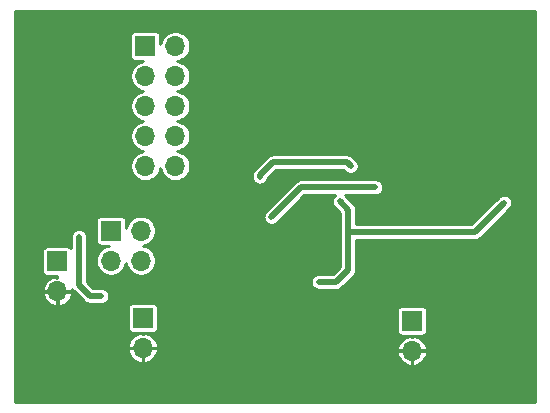
<source format=gbr>
%TF.GenerationSoftware,KiCad,Pcbnew,(5.1.10)-1*%
%TF.CreationDate,2021-10-06T11:29:50+02:00*%
%TF.ProjectId,board,626f6172-642e-46b6-9963-61645f706362,rev?*%
%TF.SameCoordinates,Original*%
%TF.FileFunction,Copper,L2,Bot*%
%TF.FilePolarity,Positive*%
%FSLAX46Y46*%
G04 Gerber Fmt 4.6, Leading zero omitted, Abs format (unit mm)*
G04 Created by KiCad (PCBNEW (5.1.10)-1) date 2021-10-06 11:29:50*
%MOMM*%
%LPD*%
G01*
G04 APERTURE LIST*
%TA.AperFunction,ComponentPad*%
%ADD10R,1.700000X1.700000*%
%TD*%
%TA.AperFunction,ComponentPad*%
%ADD11O,1.700000X1.700000*%
%TD*%
%TA.AperFunction,ViaPad*%
%ADD12C,0.500000*%
%TD*%
%TA.AperFunction,ViaPad*%
%ADD13C,4.000000*%
%TD*%
%TA.AperFunction,Conductor*%
%ADD14C,0.500000*%
%TD*%
%TA.AperFunction,Conductor*%
%ADD15C,0.254000*%
%TD*%
%TA.AperFunction,Conductor*%
%ADD16C,0.100000*%
%TD*%
G04 APERTURE END LIST*
D10*
%TO.P,J1,1*%
%TO.N,V_INPUT*%
X83310000Y-100450000D03*
D11*
%TO.P,J1,2*%
%TO.N,GND*%
X83310000Y-102990000D03*
%TD*%
%TO.P,J2,2*%
%TO.N,GND*%
X76080000Y-98210000D03*
D10*
%TO.P,J2,1*%
%TO.N,~V_SHDN*%
X76080000Y-95670000D03*
%TD*%
%TO.P,J3,1*%
%TO.N,~V_OUTPUT*%
X106100000Y-100700000D03*
D11*
%TO.P,J3,2*%
%TO.N,GND*%
X106100000Y-103240000D03*
%TD*%
D10*
%TO.P,J4,1*%
%TO.N,V_INPUT*%
X80610000Y-93080000D03*
D11*
%TO.P,J4,2*%
%TO.N,Net-(D1-Pad1)*%
X83150000Y-93080000D03*
%TO.P,J4,3*%
%TO.N,~V_SHDN*%
X80610000Y-95620000D03*
%TO.P,J4,4*%
%TO.N,Net-(D1-Pad1)*%
X83150000Y-95620000D03*
%TD*%
D10*
%TO.P,J5,1*%
%TO.N,Net-(D1-Pad2)*%
X83520000Y-77440000D03*
D11*
%TO.P,J5,2*%
%TO.N,Net-(C2-Pad2)*%
X86060000Y-77440000D03*
%TO.P,J5,3*%
%TO.N,Net-(D1-Pad2)*%
X83520000Y-79980000D03*
%TO.P,J5,4*%
%TO.N,Net-(C3-Pad2)*%
X86060000Y-79980000D03*
%TO.P,J5,5*%
%TO.N,Net-(D1-Pad2)*%
X83520000Y-82520000D03*
%TO.P,J5,6*%
%TO.N,Net-(C4-Pad2)*%
X86060000Y-82520000D03*
%TO.P,J5,7*%
%TO.N,Net-(D1-Pad2)*%
X83520000Y-85060000D03*
%TO.P,J5,8*%
%TO.N,Net-(C5-Pad2)*%
X86060000Y-85060000D03*
%TO.P,J5,9*%
%TO.N,Net-(D1-Pad2)*%
X83520000Y-87600000D03*
%TO.P,J5,10*%
%TO.N,Net-(C6-Pad2)*%
X86060000Y-87600000D03*
%TD*%
D12*
%TO.N,V_INPUT*%
X100900000Y-87600000D03*
X93200000Y-88500000D03*
X77900000Y-93600000D03*
X79800000Y-98600000D03*
D13*
%TO.N,GND*%
X77000000Y-84000000D03*
X111000000Y-81000000D03*
X96000000Y-104000000D03*
D12*
%TO.N,Net-(C7-Pad2)*%
X98200000Y-97400000D03*
X100000000Y-90600000D03*
X113900000Y-90700000D03*
%TO.N,Net-(C7-Pad1)*%
X103000000Y-89400000D03*
X94200000Y-91900000D03*
%TD*%
D14*
%TO.N,V_INPUT*%
X100900000Y-87600000D02*
X100600000Y-87300000D01*
X100600000Y-87300000D02*
X94300000Y-87300000D01*
X93200000Y-88400000D02*
X93200000Y-88500000D01*
X94300000Y-87300000D02*
X93200000Y-88400000D01*
X77900000Y-93600000D02*
X77900000Y-97700000D01*
X78800000Y-98600000D02*
X79800000Y-98600000D01*
X77900000Y-97700000D02*
X78800000Y-98600000D01*
%TO.N,Net-(C7-Pad2)*%
X99700000Y-97400000D02*
X98200000Y-97400000D01*
X100700000Y-96400000D02*
X99700000Y-97400000D01*
X100000000Y-90600000D02*
X100700000Y-91300000D01*
X111400000Y-93200000D02*
X113900000Y-90700000D01*
X100700000Y-93200000D02*
X111400000Y-93200000D01*
X100700000Y-91300000D02*
X100700000Y-93200000D01*
X100700000Y-93200000D02*
X100700000Y-96400000D01*
%TO.N,Net-(C7-Pad1)*%
X96700000Y-89400000D02*
X94200000Y-91900000D01*
X103000000Y-89400000D02*
X96700000Y-89400000D01*
%TD*%
D15*
%TO.N,GND*%
X116548001Y-107548000D02*
X72452000Y-107548000D01*
X72452000Y-103212451D01*
X82052524Y-103212451D01*
X82063114Y-103265698D01*
X82140859Y-103503656D01*
X82263533Y-103721874D01*
X82426422Y-103911967D01*
X82623267Y-104066629D01*
X82846502Y-104179917D01*
X83087549Y-104247477D01*
X83287000Y-104160044D01*
X83287000Y-103013000D01*
X83333000Y-103013000D01*
X83333000Y-104160044D01*
X83532451Y-104247477D01*
X83773498Y-104179917D01*
X83996733Y-104066629D01*
X84193578Y-103911967D01*
X84356467Y-103721874D01*
X84479141Y-103503656D01*
X84492603Y-103462451D01*
X104842524Y-103462451D01*
X104853114Y-103515698D01*
X104930859Y-103753656D01*
X105053533Y-103971874D01*
X105216422Y-104161967D01*
X105413267Y-104316629D01*
X105636502Y-104429917D01*
X105877549Y-104497477D01*
X106077000Y-104410044D01*
X106077000Y-103263000D01*
X106123000Y-103263000D01*
X106123000Y-104410044D01*
X106322451Y-104497477D01*
X106563498Y-104429917D01*
X106786733Y-104316629D01*
X106983578Y-104161967D01*
X107146467Y-103971874D01*
X107269141Y-103753656D01*
X107346886Y-103515698D01*
X107357476Y-103462451D01*
X107270024Y-103263000D01*
X106123000Y-103263000D01*
X106077000Y-103263000D01*
X104929976Y-103263000D01*
X104842524Y-103462451D01*
X84492603Y-103462451D01*
X84556886Y-103265698D01*
X84567476Y-103212451D01*
X84480024Y-103013000D01*
X83333000Y-103013000D01*
X83287000Y-103013000D01*
X82139976Y-103013000D01*
X82052524Y-103212451D01*
X72452000Y-103212451D01*
X72452000Y-99600000D01*
X82030934Y-99600000D01*
X82030934Y-101300000D01*
X82039178Y-101383707D01*
X82063595Y-101464196D01*
X82103245Y-101538376D01*
X82156605Y-101603395D01*
X82221624Y-101656755D01*
X82295804Y-101696405D01*
X82376293Y-101720822D01*
X82460000Y-101729066D01*
X83286998Y-101729066D01*
X83286998Y-101819955D01*
X83087549Y-101732523D01*
X82846502Y-101800083D01*
X82623267Y-101913371D01*
X82426422Y-102068033D01*
X82263533Y-102258126D01*
X82140859Y-102476344D01*
X82063114Y-102714302D01*
X82052524Y-102767549D01*
X82139976Y-102967000D01*
X83287000Y-102967000D01*
X83287000Y-102947000D01*
X83333000Y-102947000D01*
X83333000Y-102967000D01*
X84480024Y-102967000D01*
X84567476Y-102767549D01*
X84556886Y-102714302D01*
X84479141Y-102476344D01*
X84356467Y-102258126D01*
X84193578Y-102068033D01*
X83996733Y-101913371D01*
X83773498Y-101800083D01*
X83532451Y-101732523D01*
X83333002Y-101819955D01*
X83333002Y-101729066D01*
X84160000Y-101729066D01*
X84243707Y-101720822D01*
X84324196Y-101696405D01*
X84398376Y-101656755D01*
X84463395Y-101603395D01*
X84516755Y-101538376D01*
X84556405Y-101464196D01*
X84580822Y-101383707D01*
X84589066Y-101300000D01*
X84589066Y-99850000D01*
X104820934Y-99850000D01*
X104820934Y-101550000D01*
X104829178Y-101633707D01*
X104853595Y-101714196D01*
X104893245Y-101788376D01*
X104946605Y-101853395D01*
X105011624Y-101906755D01*
X105085804Y-101946405D01*
X105166293Y-101970822D01*
X105250000Y-101979066D01*
X106076998Y-101979066D01*
X106076998Y-102069955D01*
X105877549Y-101982523D01*
X105636502Y-102050083D01*
X105413267Y-102163371D01*
X105216422Y-102318033D01*
X105053533Y-102508126D01*
X104930859Y-102726344D01*
X104853114Y-102964302D01*
X104842524Y-103017549D01*
X104929976Y-103217000D01*
X106077000Y-103217000D01*
X106077000Y-103197000D01*
X106123000Y-103197000D01*
X106123000Y-103217000D01*
X107270024Y-103217000D01*
X107357476Y-103017549D01*
X107346886Y-102964302D01*
X107269141Y-102726344D01*
X107146467Y-102508126D01*
X106983578Y-102318033D01*
X106786733Y-102163371D01*
X106563498Y-102050083D01*
X106322451Y-101982523D01*
X106123002Y-102069955D01*
X106123002Y-101979066D01*
X106950000Y-101979066D01*
X107033707Y-101970822D01*
X107114196Y-101946405D01*
X107188376Y-101906755D01*
X107253395Y-101853395D01*
X107306755Y-101788376D01*
X107346405Y-101714196D01*
X107370822Y-101633707D01*
X107379066Y-101550000D01*
X107379066Y-99850000D01*
X107370822Y-99766293D01*
X107346405Y-99685804D01*
X107306755Y-99611624D01*
X107253395Y-99546605D01*
X107188376Y-99493245D01*
X107114196Y-99453595D01*
X107033707Y-99429178D01*
X106950000Y-99420934D01*
X105250000Y-99420934D01*
X105166293Y-99429178D01*
X105085804Y-99453595D01*
X105011624Y-99493245D01*
X104946605Y-99546605D01*
X104893245Y-99611624D01*
X104853595Y-99685804D01*
X104829178Y-99766293D01*
X104820934Y-99850000D01*
X84589066Y-99850000D01*
X84589066Y-99600000D01*
X84580822Y-99516293D01*
X84556405Y-99435804D01*
X84516755Y-99361624D01*
X84463395Y-99296605D01*
X84398376Y-99243245D01*
X84324196Y-99203595D01*
X84243707Y-99179178D01*
X84160000Y-99170934D01*
X82460000Y-99170934D01*
X82376293Y-99179178D01*
X82295804Y-99203595D01*
X82221624Y-99243245D01*
X82156605Y-99296605D01*
X82103245Y-99361624D01*
X82063595Y-99435804D01*
X82039178Y-99516293D01*
X82030934Y-99600000D01*
X72452000Y-99600000D01*
X72452000Y-98432451D01*
X74822524Y-98432451D01*
X74833114Y-98485698D01*
X74910859Y-98723656D01*
X75033533Y-98941874D01*
X75196422Y-99131967D01*
X75393267Y-99286629D01*
X75616502Y-99399917D01*
X75857549Y-99467477D01*
X76057000Y-99380044D01*
X76057000Y-98233000D01*
X76103000Y-98233000D01*
X76103000Y-99380044D01*
X76302451Y-99467477D01*
X76543498Y-99399917D01*
X76766733Y-99286629D01*
X76963578Y-99131967D01*
X77126467Y-98941874D01*
X77249141Y-98723656D01*
X77326886Y-98485698D01*
X77337476Y-98432451D01*
X77250024Y-98233000D01*
X76103000Y-98233000D01*
X76057000Y-98233000D01*
X74909976Y-98233000D01*
X74822524Y-98432451D01*
X72452000Y-98432451D01*
X72452000Y-94820000D01*
X74800934Y-94820000D01*
X74800934Y-96520000D01*
X74809178Y-96603707D01*
X74833595Y-96684196D01*
X74873245Y-96758376D01*
X74926605Y-96823395D01*
X74991624Y-96876755D01*
X75065804Y-96916405D01*
X75146293Y-96940822D01*
X75230000Y-96949066D01*
X76056998Y-96949066D01*
X76056998Y-97039955D01*
X75857549Y-96952523D01*
X75616502Y-97020083D01*
X75393267Y-97133371D01*
X75196422Y-97288033D01*
X75033533Y-97478126D01*
X74910859Y-97696344D01*
X74833114Y-97934302D01*
X74822524Y-97987549D01*
X74909976Y-98187000D01*
X76057000Y-98187000D01*
X76057000Y-98167000D01*
X76103000Y-98167000D01*
X76103000Y-98187000D01*
X77250024Y-98187000D01*
X77314304Y-98040396D01*
X77334372Y-98077940D01*
X77397776Y-98155198D01*
X77397779Y-98155201D01*
X77418974Y-98181027D01*
X77444800Y-98202222D01*
X78297774Y-99055196D01*
X78318973Y-99081027D01*
X78422059Y-99165628D01*
X78539670Y-99228492D01*
X78667285Y-99267204D01*
X78766748Y-99277000D01*
X78766757Y-99277000D01*
X78799999Y-99280274D01*
X78833241Y-99277000D01*
X79866679Y-99277000D01*
X79899464Y-99270479D01*
X79932715Y-99267204D01*
X79964685Y-99257506D01*
X79997474Y-99250984D01*
X80028364Y-99238189D01*
X80060330Y-99228492D01*
X80089792Y-99212744D01*
X80120680Y-99199950D01*
X80148476Y-99181377D01*
X80177941Y-99165628D01*
X80203769Y-99144432D01*
X80231563Y-99125860D01*
X80255201Y-99102222D01*
X80281027Y-99081027D01*
X80302222Y-99055201D01*
X80325860Y-99031563D01*
X80344432Y-99003769D01*
X80365628Y-98977941D01*
X80381377Y-98948476D01*
X80399950Y-98920680D01*
X80412744Y-98889792D01*
X80428492Y-98860330D01*
X80438189Y-98828364D01*
X80450984Y-98797474D01*
X80457506Y-98764685D01*
X80467204Y-98732715D01*
X80470479Y-98699464D01*
X80477000Y-98666679D01*
X80477000Y-98633252D01*
X80480275Y-98600000D01*
X80477000Y-98566748D01*
X80477000Y-98533321D01*
X80470479Y-98500536D01*
X80467204Y-98467285D01*
X80457506Y-98435315D01*
X80450984Y-98402526D01*
X80438189Y-98371636D01*
X80428492Y-98339670D01*
X80412744Y-98310208D01*
X80399950Y-98279320D01*
X80381377Y-98251524D01*
X80365628Y-98222059D01*
X80344432Y-98196231D01*
X80325860Y-98168437D01*
X80302222Y-98144799D01*
X80281027Y-98118973D01*
X80255201Y-98097778D01*
X80231563Y-98074140D01*
X80203769Y-98055568D01*
X80177941Y-98034372D01*
X80148476Y-98018623D01*
X80120680Y-98000050D01*
X80089792Y-97987256D01*
X80060330Y-97971508D01*
X80028364Y-97961811D01*
X79997474Y-97949016D01*
X79964685Y-97942494D01*
X79932715Y-97932796D01*
X79899464Y-97929521D01*
X79866679Y-97923000D01*
X79080422Y-97923000D01*
X78577000Y-97419578D01*
X78577000Y-93533321D01*
X78570479Y-93500536D01*
X78567204Y-93467285D01*
X78557506Y-93435315D01*
X78550984Y-93402526D01*
X78538189Y-93371636D01*
X78528492Y-93339670D01*
X78512744Y-93310208D01*
X78499950Y-93279320D01*
X78481377Y-93251524D01*
X78465628Y-93222059D01*
X78444433Y-93196233D01*
X78425860Y-93168437D01*
X78402218Y-93144795D01*
X78381026Y-93118973D01*
X78355206Y-93097783D01*
X78331563Y-93074140D01*
X78303763Y-93055565D01*
X78277940Y-93034372D01*
X78248480Y-93018625D01*
X78220680Y-93000050D01*
X78189788Y-92987254D01*
X78160329Y-92971508D01*
X78128366Y-92961812D01*
X78097474Y-92949016D01*
X78064682Y-92942493D01*
X78032714Y-92932796D01*
X77999465Y-92929521D01*
X77966679Y-92923000D01*
X77933252Y-92923000D01*
X77900000Y-92919725D01*
X77866748Y-92923000D01*
X77833321Y-92923000D01*
X77800536Y-92929521D01*
X77767285Y-92932796D01*
X77735315Y-92942494D01*
X77702526Y-92949016D01*
X77671636Y-92961811D01*
X77639670Y-92971508D01*
X77610208Y-92987256D01*
X77579320Y-93000050D01*
X77551524Y-93018623D01*
X77522059Y-93034372D01*
X77496233Y-93055567D01*
X77468437Y-93074140D01*
X77444795Y-93097782D01*
X77418973Y-93118974D01*
X77397783Y-93144794D01*
X77374140Y-93168437D01*
X77355565Y-93196237D01*
X77334372Y-93222060D01*
X77318625Y-93251520D01*
X77300050Y-93279320D01*
X77287254Y-93310212D01*
X77271508Y-93339671D01*
X77261812Y-93371634D01*
X77249016Y-93402526D01*
X77242493Y-93435318D01*
X77232796Y-93467286D01*
X77229521Y-93500535D01*
X77223000Y-93533321D01*
X77223000Y-94508074D01*
X77168376Y-94463245D01*
X77094196Y-94423595D01*
X77013707Y-94399178D01*
X76930000Y-94390934D01*
X75230000Y-94390934D01*
X75146293Y-94399178D01*
X75065804Y-94423595D01*
X74991624Y-94463245D01*
X74926605Y-94516605D01*
X74873245Y-94581624D01*
X74833595Y-94655804D01*
X74809178Y-94736293D01*
X74800934Y-94820000D01*
X72452000Y-94820000D01*
X72452000Y-92230000D01*
X79330934Y-92230000D01*
X79330934Y-93930000D01*
X79339178Y-94013707D01*
X79363595Y-94094196D01*
X79403245Y-94168376D01*
X79456605Y-94233395D01*
X79521624Y-94286755D01*
X79595804Y-94326405D01*
X79676293Y-94350822D01*
X79760000Y-94359066D01*
X80403456Y-94359066D01*
X80237513Y-94392074D01*
X80005114Y-94488337D01*
X79795960Y-94628089D01*
X79618089Y-94805960D01*
X79478337Y-95015114D01*
X79382074Y-95247513D01*
X79333000Y-95494226D01*
X79333000Y-95745774D01*
X79382074Y-95992487D01*
X79478337Y-96224886D01*
X79618089Y-96434040D01*
X79795960Y-96611911D01*
X80005114Y-96751663D01*
X80237513Y-96847926D01*
X80484226Y-96897000D01*
X80735774Y-96897000D01*
X80982487Y-96847926D01*
X81214886Y-96751663D01*
X81424040Y-96611911D01*
X81601911Y-96434040D01*
X81741663Y-96224886D01*
X81837926Y-95992487D01*
X81880000Y-95780966D01*
X81922074Y-95992487D01*
X82018337Y-96224886D01*
X82158089Y-96434040D01*
X82335960Y-96611911D01*
X82545114Y-96751663D01*
X82777513Y-96847926D01*
X83024226Y-96897000D01*
X83275774Y-96897000D01*
X83522487Y-96847926D01*
X83754886Y-96751663D01*
X83964040Y-96611911D01*
X84141911Y-96434040D01*
X84281663Y-96224886D01*
X84377926Y-95992487D01*
X84427000Y-95745774D01*
X84427000Y-95494226D01*
X84377926Y-95247513D01*
X84281663Y-95015114D01*
X84141911Y-94805960D01*
X83964040Y-94628089D01*
X83754886Y-94488337D01*
X83522487Y-94392074D01*
X83310966Y-94350000D01*
X83522487Y-94307926D01*
X83754886Y-94211663D01*
X83964040Y-94071911D01*
X84141911Y-93894040D01*
X84281663Y-93684886D01*
X84377926Y-93452487D01*
X84427000Y-93205774D01*
X84427000Y-92954226D01*
X84377926Y-92707513D01*
X84281663Y-92475114D01*
X84141911Y-92265960D01*
X83964040Y-92088089D01*
X83754886Y-91948337D01*
X83638191Y-91900000D01*
X93519726Y-91900000D01*
X93523000Y-91933245D01*
X93523000Y-91966679D01*
X93529522Y-91999467D01*
X93532796Y-92032714D01*
X93542493Y-92064682D01*
X93549016Y-92097474D01*
X93561812Y-92128366D01*
X93571508Y-92160329D01*
X93587254Y-92189788D01*
X93600050Y-92220680D01*
X93618625Y-92248480D01*
X93634372Y-92277940D01*
X93655566Y-92303765D01*
X93674140Y-92331563D01*
X93697779Y-92355202D01*
X93718973Y-92381027D01*
X93744798Y-92402221D01*
X93768437Y-92425860D01*
X93796235Y-92444434D01*
X93822060Y-92465628D01*
X93851520Y-92481375D01*
X93879320Y-92499950D01*
X93910212Y-92512746D01*
X93939671Y-92528492D01*
X93971634Y-92538188D01*
X94002526Y-92550984D01*
X94035318Y-92557507D01*
X94067286Y-92567204D01*
X94100533Y-92570478D01*
X94133321Y-92577000D01*
X94166755Y-92577000D01*
X94200000Y-92580274D01*
X94233245Y-92577000D01*
X94266679Y-92577000D01*
X94299467Y-92570478D01*
X94332714Y-92567204D01*
X94364682Y-92557507D01*
X94397474Y-92550984D01*
X94428366Y-92538188D01*
X94460329Y-92528492D01*
X94489788Y-92512746D01*
X94520680Y-92499950D01*
X94548480Y-92481375D01*
X94577940Y-92465628D01*
X94603764Y-92444435D01*
X94631563Y-92425860D01*
X94725860Y-92331563D01*
X94725862Y-92331560D01*
X96980423Y-90077000D01*
X99565577Y-90077000D01*
X99544798Y-90097779D01*
X99518973Y-90118973D01*
X99497779Y-90144798D01*
X99474140Y-90168437D01*
X99455566Y-90196235D01*
X99434372Y-90222060D01*
X99418625Y-90251520D01*
X99400050Y-90279320D01*
X99387254Y-90310212D01*
X99371508Y-90339671D01*
X99361812Y-90371634D01*
X99349016Y-90402526D01*
X99342493Y-90435318D01*
X99332796Y-90467286D01*
X99329522Y-90500533D01*
X99323000Y-90533321D01*
X99323000Y-90566755D01*
X99319726Y-90600000D01*
X99323000Y-90633245D01*
X99323000Y-90666679D01*
X99329522Y-90699467D01*
X99332796Y-90732714D01*
X99342493Y-90764682D01*
X99349016Y-90797474D01*
X99361812Y-90828366D01*
X99371508Y-90860329D01*
X99387254Y-90889788D01*
X99400050Y-90920680D01*
X99418625Y-90948480D01*
X99434372Y-90977940D01*
X99455565Y-91003764D01*
X99474140Y-91031563D01*
X99568437Y-91125860D01*
X99568440Y-91125862D01*
X100023000Y-91580422D01*
X100023001Y-93166738D01*
X100019725Y-93200000D01*
X100023000Y-93233252D01*
X100023001Y-96119576D01*
X99419578Y-96723000D01*
X98133321Y-96723000D01*
X98100536Y-96729521D01*
X98067285Y-96732796D01*
X98035315Y-96742494D01*
X98002526Y-96749016D01*
X97971636Y-96761811D01*
X97939670Y-96771508D01*
X97910208Y-96787256D01*
X97879320Y-96800050D01*
X97851524Y-96818623D01*
X97822059Y-96834372D01*
X97796231Y-96855568D01*
X97768437Y-96874140D01*
X97744799Y-96897778D01*
X97718973Y-96918973D01*
X97697778Y-96944799D01*
X97674140Y-96968437D01*
X97655568Y-96996231D01*
X97634372Y-97022059D01*
X97618623Y-97051524D01*
X97600050Y-97079320D01*
X97587256Y-97110208D01*
X97571508Y-97139670D01*
X97561811Y-97171636D01*
X97549016Y-97202526D01*
X97542494Y-97235315D01*
X97532796Y-97267285D01*
X97529521Y-97300536D01*
X97523000Y-97333321D01*
X97523000Y-97366748D01*
X97519725Y-97400000D01*
X97523000Y-97433252D01*
X97523000Y-97466679D01*
X97529521Y-97499464D01*
X97532796Y-97532715D01*
X97542494Y-97564685D01*
X97549016Y-97597474D01*
X97561811Y-97628364D01*
X97571508Y-97660330D01*
X97587256Y-97689792D01*
X97600050Y-97720680D01*
X97618623Y-97748476D01*
X97634372Y-97777941D01*
X97655568Y-97803769D01*
X97674140Y-97831563D01*
X97697778Y-97855201D01*
X97718973Y-97881027D01*
X97744799Y-97902222D01*
X97768437Y-97925860D01*
X97796231Y-97944432D01*
X97822059Y-97965628D01*
X97851524Y-97981377D01*
X97879320Y-97999950D01*
X97910208Y-98012744D01*
X97939670Y-98028492D01*
X97971636Y-98038189D01*
X98002526Y-98050984D01*
X98035315Y-98057506D01*
X98067285Y-98067204D01*
X98100536Y-98070479D01*
X98133321Y-98077000D01*
X99666755Y-98077000D01*
X99700000Y-98080274D01*
X99733245Y-98077000D01*
X99733252Y-98077000D01*
X99832715Y-98067204D01*
X99960330Y-98028492D01*
X100077941Y-97965628D01*
X100181027Y-97881027D01*
X100202226Y-97855196D01*
X101155201Y-96902222D01*
X101181027Y-96881027D01*
X101208193Y-96847926D01*
X101265628Y-96777941D01*
X101328492Y-96660330D01*
X101367204Y-96532715D01*
X101380275Y-96400000D01*
X101377000Y-96366748D01*
X101377000Y-93877000D01*
X111366755Y-93877000D01*
X111400000Y-93880274D01*
X111433245Y-93877000D01*
X111433252Y-93877000D01*
X111532715Y-93867204D01*
X111660330Y-93828492D01*
X111777941Y-93765628D01*
X111881027Y-93681027D01*
X111902226Y-93655196D01*
X114402224Y-91155199D01*
X114425860Y-91131563D01*
X114444431Y-91103769D01*
X114465628Y-91077941D01*
X114481377Y-91048476D01*
X114499950Y-91020680D01*
X114512744Y-90989792D01*
X114528492Y-90960330D01*
X114538189Y-90928364D01*
X114550984Y-90897474D01*
X114557506Y-90864685D01*
X114567204Y-90832715D01*
X114570478Y-90799466D01*
X114577000Y-90766679D01*
X114577000Y-90733245D01*
X114580274Y-90700000D01*
X114577000Y-90666755D01*
X114577000Y-90633321D01*
X114570478Y-90600533D01*
X114567204Y-90567286D01*
X114557507Y-90535318D01*
X114550984Y-90502526D01*
X114538188Y-90471634D01*
X114528492Y-90439671D01*
X114512746Y-90410212D01*
X114499950Y-90379320D01*
X114481375Y-90351520D01*
X114465628Y-90322060D01*
X114444434Y-90296235D01*
X114425860Y-90268437D01*
X114402221Y-90244798D01*
X114381027Y-90218973D01*
X114355202Y-90197779D01*
X114331563Y-90174140D01*
X114303765Y-90155566D01*
X114277940Y-90134372D01*
X114248480Y-90118625D01*
X114220680Y-90100050D01*
X114189788Y-90087254D01*
X114160329Y-90071508D01*
X114128366Y-90061812D01*
X114097474Y-90049016D01*
X114064682Y-90042493D01*
X114032714Y-90032796D01*
X113999467Y-90029522D01*
X113966679Y-90023000D01*
X113933245Y-90023000D01*
X113900000Y-90019726D01*
X113866755Y-90023000D01*
X113833321Y-90023000D01*
X113800534Y-90029522D01*
X113767285Y-90032796D01*
X113735315Y-90042494D01*
X113702526Y-90049016D01*
X113671636Y-90061811D01*
X113639670Y-90071508D01*
X113610208Y-90087256D01*
X113579320Y-90100050D01*
X113551524Y-90118623D01*
X113522059Y-90134372D01*
X113496231Y-90155569D01*
X113468437Y-90174140D01*
X113444801Y-90197776D01*
X111119578Y-92523000D01*
X101377000Y-92523000D01*
X101377000Y-91333241D01*
X101380274Y-91299999D01*
X101377000Y-91266757D01*
X101377000Y-91266748D01*
X101367204Y-91167285D01*
X101328492Y-91039670D01*
X101265628Y-90922059D01*
X101181026Y-90818973D01*
X101155200Y-90797778D01*
X100525862Y-90168440D01*
X100525860Y-90168437D01*
X100434423Y-90077000D01*
X103066679Y-90077000D01*
X103099464Y-90070479D01*
X103132715Y-90067204D01*
X103164685Y-90057506D01*
X103197474Y-90050984D01*
X103228364Y-90038189D01*
X103260330Y-90028492D01*
X103289792Y-90012744D01*
X103320680Y-89999950D01*
X103348476Y-89981377D01*
X103377941Y-89965628D01*
X103403769Y-89944432D01*
X103431563Y-89925860D01*
X103455201Y-89902222D01*
X103481027Y-89881027D01*
X103502224Y-89855199D01*
X103525860Y-89831563D01*
X103544432Y-89803769D01*
X103565628Y-89777941D01*
X103581377Y-89748476D01*
X103599950Y-89720680D01*
X103612744Y-89689792D01*
X103628492Y-89660330D01*
X103638189Y-89628364D01*
X103650984Y-89597474D01*
X103657506Y-89564685D01*
X103667204Y-89532715D01*
X103670479Y-89499464D01*
X103677000Y-89466679D01*
X103677000Y-89433252D01*
X103680275Y-89400000D01*
X103677000Y-89366748D01*
X103677000Y-89333321D01*
X103670479Y-89300536D01*
X103667204Y-89267285D01*
X103657506Y-89235315D01*
X103650984Y-89202526D01*
X103638189Y-89171636D01*
X103628492Y-89139670D01*
X103612744Y-89110208D01*
X103599950Y-89079320D01*
X103581377Y-89051524D01*
X103565628Y-89022059D01*
X103544432Y-88996231D01*
X103525860Y-88968437D01*
X103502222Y-88944799D01*
X103481027Y-88918973D01*
X103455199Y-88897776D01*
X103431563Y-88874140D01*
X103403769Y-88855568D01*
X103377941Y-88834372D01*
X103348476Y-88818623D01*
X103320680Y-88800050D01*
X103289792Y-88787256D01*
X103260330Y-88771508D01*
X103228364Y-88761811D01*
X103197474Y-88749016D01*
X103164685Y-88742494D01*
X103132715Y-88732796D01*
X103099464Y-88729521D01*
X103066679Y-88723000D01*
X96733245Y-88723000D01*
X96700000Y-88719726D01*
X96666755Y-88723000D01*
X96666748Y-88723000D01*
X96567285Y-88732796D01*
X96439670Y-88771508D01*
X96322059Y-88834372D01*
X96268972Y-88877940D01*
X96218973Y-88918973D01*
X96197778Y-88944799D01*
X93768440Y-91374138D01*
X93768437Y-91374140D01*
X93674140Y-91468437D01*
X93655565Y-91496236D01*
X93634372Y-91522060D01*
X93618625Y-91551520D01*
X93600050Y-91579320D01*
X93587254Y-91610212D01*
X93571508Y-91639671D01*
X93561812Y-91671634D01*
X93549016Y-91702526D01*
X93542493Y-91735318D01*
X93532796Y-91767286D01*
X93529522Y-91800533D01*
X93523000Y-91833321D01*
X93523000Y-91866755D01*
X93519726Y-91900000D01*
X83638191Y-91900000D01*
X83522487Y-91852074D01*
X83275774Y-91803000D01*
X83024226Y-91803000D01*
X82777513Y-91852074D01*
X82545114Y-91948337D01*
X82335960Y-92088089D01*
X82158089Y-92265960D01*
X82018337Y-92475114D01*
X81922074Y-92707513D01*
X81889066Y-92873456D01*
X81889066Y-92230000D01*
X81880822Y-92146293D01*
X81856405Y-92065804D01*
X81816755Y-91991624D01*
X81763395Y-91926605D01*
X81698376Y-91873245D01*
X81624196Y-91833595D01*
X81543707Y-91809178D01*
X81460000Y-91800934D01*
X79760000Y-91800934D01*
X79676293Y-91809178D01*
X79595804Y-91833595D01*
X79521624Y-91873245D01*
X79456605Y-91926605D01*
X79403245Y-91991624D01*
X79363595Y-92065804D01*
X79339178Y-92146293D01*
X79330934Y-92230000D01*
X72452000Y-92230000D01*
X72452000Y-76590000D01*
X82240934Y-76590000D01*
X82240934Y-78290000D01*
X82249178Y-78373707D01*
X82273595Y-78454196D01*
X82313245Y-78528376D01*
X82366605Y-78593395D01*
X82431624Y-78646755D01*
X82505804Y-78686405D01*
X82586293Y-78710822D01*
X82670000Y-78719066D01*
X83313456Y-78719066D01*
X83147513Y-78752074D01*
X82915114Y-78848337D01*
X82705960Y-78988089D01*
X82528089Y-79165960D01*
X82388337Y-79375114D01*
X82292074Y-79607513D01*
X82243000Y-79854226D01*
X82243000Y-80105774D01*
X82292074Y-80352487D01*
X82388337Y-80584886D01*
X82528089Y-80794040D01*
X82705960Y-80971911D01*
X82915114Y-81111663D01*
X83147513Y-81207926D01*
X83359034Y-81250000D01*
X83147513Y-81292074D01*
X82915114Y-81388337D01*
X82705960Y-81528089D01*
X82528089Y-81705960D01*
X82388337Y-81915114D01*
X82292074Y-82147513D01*
X82243000Y-82394226D01*
X82243000Y-82645774D01*
X82292074Y-82892487D01*
X82388337Y-83124886D01*
X82528089Y-83334040D01*
X82705960Y-83511911D01*
X82915114Y-83651663D01*
X83147513Y-83747926D01*
X83359034Y-83790000D01*
X83147513Y-83832074D01*
X82915114Y-83928337D01*
X82705960Y-84068089D01*
X82528089Y-84245960D01*
X82388337Y-84455114D01*
X82292074Y-84687513D01*
X82243000Y-84934226D01*
X82243000Y-85185774D01*
X82292074Y-85432487D01*
X82388337Y-85664886D01*
X82528089Y-85874040D01*
X82705960Y-86051911D01*
X82915114Y-86191663D01*
X83147513Y-86287926D01*
X83359034Y-86330000D01*
X83147513Y-86372074D01*
X82915114Y-86468337D01*
X82705960Y-86608089D01*
X82528089Y-86785960D01*
X82388337Y-86995114D01*
X82292074Y-87227513D01*
X82243000Y-87474226D01*
X82243000Y-87725774D01*
X82292074Y-87972487D01*
X82388337Y-88204886D01*
X82528089Y-88414040D01*
X82705960Y-88591911D01*
X82915114Y-88731663D01*
X83147513Y-88827926D01*
X83394226Y-88877000D01*
X83645774Y-88877000D01*
X83892487Y-88827926D01*
X84124886Y-88731663D01*
X84334040Y-88591911D01*
X84511911Y-88414040D01*
X84651663Y-88204886D01*
X84747926Y-87972487D01*
X84790000Y-87760966D01*
X84832074Y-87972487D01*
X84928337Y-88204886D01*
X85068089Y-88414040D01*
X85245960Y-88591911D01*
X85455114Y-88731663D01*
X85687513Y-88827926D01*
X85934226Y-88877000D01*
X86185774Y-88877000D01*
X86432487Y-88827926D01*
X86664886Y-88731663D01*
X86874040Y-88591911D01*
X87051911Y-88414040D01*
X87061292Y-88400000D01*
X92519726Y-88400000D01*
X92523000Y-88433245D01*
X92523000Y-88566679D01*
X92529521Y-88599464D01*
X92532796Y-88632715D01*
X92542494Y-88664685D01*
X92549016Y-88697474D01*
X92561811Y-88728364D01*
X92571508Y-88760330D01*
X92587256Y-88789792D01*
X92600050Y-88820680D01*
X92618623Y-88848476D01*
X92634372Y-88877941D01*
X92655567Y-88903767D01*
X92674140Y-88931563D01*
X92697782Y-88955205D01*
X92718974Y-88981027D01*
X92744794Y-89002217D01*
X92768437Y-89025860D01*
X92796237Y-89044435D01*
X92822060Y-89065628D01*
X92851520Y-89081375D01*
X92879320Y-89099950D01*
X92910212Y-89112746D01*
X92939671Y-89128492D01*
X92971634Y-89138188D01*
X93002526Y-89150984D01*
X93035318Y-89157507D01*
X93067286Y-89167204D01*
X93100535Y-89170479D01*
X93133321Y-89177000D01*
X93166748Y-89177000D01*
X93200000Y-89180275D01*
X93233252Y-89177000D01*
X93266679Y-89177000D01*
X93299464Y-89170479D01*
X93332715Y-89167204D01*
X93364685Y-89157506D01*
X93397474Y-89150984D01*
X93428364Y-89138189D01*
X93460330Y-89128492D01*
X93489792Y-89112744D01*
X93520680Y-89099950D01*
X93548476Y-89081377D01*
X93577941Y-89065628D01*
X93603769Y-89044432D01*
X93631563Y-89025860D01*
X93655201Y-89002222D01*
X93681027Y-88981027D01*
X93702221Y-88955202D01*
X93725860Y-88931563D01*
X93744434Y-88903765D01*
X93765628Y-88877940D01*
X93781375Y-88848480D01*
X93799950Y-88820680D01*
X93812746Y-88789788D01*
X93828492Y-88760329D01*
X93838188Y-88728366D01*
X93844645Y-88712777D01*
X94580423Y-87977000D01*
X100319579Y-87977000D01*
X100374136Y-88031558D01*
X100374140Y-88031563D01*
X100468437Y-88125860D01*
X100496238Y-88144436D01*
X100522060Y-88165628D01*
X100551521Y-88181375D01*
X100579320Y-88199950D01*
X100610209Y-88212745D01*
X100639670Y-88228492D01*
X100671634Y-88238188D01*
X100702526Y-88250984D01*
X100735323Y-88257507D01*
X100767285Y-88267203D01*
X100800527Y-88270477D01*
X100833321Y-88277000D01*
X100866757Y-88277000D01*
X100899999Y-88280274D01*
X100933241Y-88277000D01*
X100966679Y-88277000D01*
X100999475Y-88270477D01*
X101032714Y-88267203D01*
X101064674Y-88257508D01*
X101097474Y-88250984D01*
X101128369Y-88238187D01*
X101160329Y-88228492D01*
X101189788Y-88212746D01*
X101220680Y-88199950D01*
X101248480Y-88181375D01*
X101277940Y-88165628D01*
X101303765Y-88144434D01*
X101331563Y-88125860D01*
X101355202Y-88102221D01*
X101381027Y-88081027D01*
X101402221Y-88055202D01*
X101425860Y-88031563D01*
X101444434Y-88003765D01*
X101465628Y-87977940D01*
X101481375Y-87948480D01*
X101499950Y-87920680D01*
X101512746Y-87889788D01*
X101528492Y-87860329D01*
X101538187Y-87828369D01*
X101550984Y-87797474D01*
X101557508Y-87764674D01*
X101567203Y-87732714D01*
X101570477Y-87699475D01*
X101577000Y-87666679D01*
X101577000Y-87633241D01*
X101580274Y-87599999D01*
X101577000Y-87566757D01*
X101577000Y-87533321D01*
X101570477Y-87500527D01*
X101567203Y-87467285D01*
X101557507Y-87435323D01*
X101550984Y-87402526D01*
X101538188Y-87371634D01*
X101528492Y-87339670D01*
X101512745Y-87310209D01*
X101499950Y-87279320D01*
X101481375Y-87251521D01*
X101465628Y-87222060D01*
X101444436Y-87196238D01*
X101425860Y-87168437D01*
X101331563Y-87074140D01*
X101331558Y-87074136D01*
X101102227Y-86844805D01*
X101081027Y-86818973D01*
X100977941Y-86734372D01*
X100860330Y-86671508D01*
X100732715Y-86632796D01*
X100633252Y-86623000D01*
X100633245Y-86623000D01*
X100600000Y-86619726D01*
X100566755Y-86623000D01*
X94333245Y-86623000D01*
X94300000Y-86619726D01*
X94266755Y-86623000D01*
X94266748Y-86623000D01*
X94167285Y-86632796D01*
X94039670Y-86671508D01*
X93922059Y-86734372D01*
X93818973Y-86818973D01*
X93797778Y-86844799D01*
X92744800Y-87897778D01*
X92718973Y-87918974D01*
X92697778Y-87944800D01*
X92697776Y-87944802D01*
X92634373Y-88022059D01*
X92634372Y-88022060D01*
X92571508Y-88139671D01*
X92532796Y-88267286D01*
X92523000Y-88366749D01*
X92523000Y-88366755D01*
X92519726Y-88400000D01*
X87061292Y-88400000D01*
X87191663Y-88204886D01*
X87287926Y-87972487D01*
X87337000Y-87725774D01*
X87337000Y-87474226D01*
X87287926Y-87227513D01*
X87191663Y-86995114D01*
X87051911Y-86785960D01*
X86874040Y-86608089D01*
X86664886Y-86468337D01*
X86432487Y-86372074D01*
X86220966Y-86330000D01*
X86432487Y-86287926D01*
X86664886Y-86191663D01*
X86874040Y-86051911D01*
X87051911Y-85874040D01*
X87191663Y-85664886D01*
X87287926Y-85432487D01*
X87337000Y-85185774D01*
X87337000Y-84934226D01*
X87287926Y-84687513D01*
X87191663Y-84455114D01*
X87051911Y-84245960D01*
X86874040Y-84068089D01*
X86664886Y-83928337D01*
X86432487Y-83832074D01*
X86220966Y-83790000D01*
X86432487Y-83747926D01*
X86664886Y-83651663D01*
X86874040Y-83511911D01*
X87051911Y-83334040D01*
X87191663Y-83124886D01*
X87287926Y-82892487D01*
X87337000Y-82645774D01*
X87337000Y-82394226D01*
X87287926Y-82147513D01*
X87191663Y-81915114D01*
X87051911Y-81705960D01*
X86874040Y-81528089D01*
X86664886Y-81388337D01*
X86432487Y-81292074D01*
X86220966Y-81250000D01*
X86432487Y-81207926D01*
X86664886Y-81111663D01*
X86874040Y-80971911D01*
X87051911Y-80794040D01*
X87191663Y-80584886D01*
X87287926Y-80352487D01*
X87337000Y-80105774D01*
X87337000Y-79854226D01*
X87287926Y-79607513D01*
X87191663Y-79375114D01*
X87051911Y-79165960D01*
X86874040Y-78988089D01*
X86664886Y-78848337D01*
X86432487Y-78752074D01*
X86220966Y-78710000D01*
X86432487Y-78667926D01*
X86664886Y-78571663D01*
X86874040Y-78431911D01*
X87051911Y-78254040D01*
X87191663Y-78044886D01*
X87287926Y-77812487D01*
X87337000Y-77565774D01*
X87337000Y-77314226D01*
X87287926Y-77067513D01*
X87191663Y-76835114D01*
X87051911Y-76625960D01*
X86874040Y-76448089D01*
X86664886Y-76308337D01*
X86432487Y-76212074D01*
X86185774Y-76163000D01*
X85934226Y-76163000D01*
X85687513Y-76212074D01*
X85455114Y-76308337D01*
X85245960Y-76448089D01*
X85068089Y-76625960D01*
X84928337Y-76835114D01*
X84832074Y-77067513D01*
X84799066Y-77233456D01*
X84799066Y-76590000D01*
X84790822Y-76506293D01*
X84766405Y-76425804D01*
X84726755Y-76351624D01*
X84673395Y-76286605D01*
X84608376Y-76233245D01*
X84534196Y-76193595D01*
X84453707Y-76169178D01*
X84370000Y-76160934D01*
X82670000Y-76160934D01*
X82586293Y-76169178D01*
X82505804Y-76193595D01*
X82431624Y-76233245D01*
X82366605Y-76286605D01*
X82313245Y-76351624D01*
X82273595Y-76425804D01*
X82249178Y-76506293D01*
X82240934Y-76590000D01*
X72452000Y-76590000D01*
X72452000Y-74452000D01*
X116548000Y-74452000D01*
X116548001Y-107548000D01*
%TA.AperFunction,Conductor*%
D16*
G36*
X116548001Y-107548000D02*
G01*
X72452000Y-107548000D01*
X72452000Y-103212451D01*
X82052524Y-103212451D01*
X82063114Y-103265698D01*
X82140859Y-103503656D01*
X82263533Y-103721874D01*
X82426422Y-103911967D01*
X82623267Y-104066629D01*
X82846502Y-104179917D01*
X83087549Y-104247477D01*
X83287000Y-104160044D01*
X83287000Y-103013000D01*
X83333000Y-103013000D01*
X83333000Y-104160044D01*
X83532451Y-104247477D01*
X83773498Y-104179917D01*
X83996733Y-104066629D01*
X84193578Y-103911967D01*
X84356467Y-103721874D01*
X84479141Y-103503656D01*
X84492603Y-103462451D01*
X104842524Y-103462451D01*
X104853114Y-103515698D01*
X104930859Y-103753656D01*
X105053533Y-103971874D01*
X105216422Y-104161967D01*
X105413267Y-104316629D01*
X105636502Y-104429917D01*
X105877549Y-104497477D01*
X106077000Y-104410044D01*
X106077000Y-103263000D01*
X106123000Y-103263000D01*
X106123000Y-104410044D01*
X106322451Y-104497477D01*
X106563498Y-104429917D01*
X106786733Y-104316629D01*
X106983578Y-104161967D01*
X107146467Y-103971874D01*
X107269141Y-103753656D01*
X107346886Y-103515698D01*
X107357476Y-103462451D01*
X107270024Y-103263000D01*
X106123000Y-103263000D01*
X106077000Y-103263000D01*
X104929976Y-103263000D01*
X104842524Y-103462451D01*
X84492603Y-103462451D01*
X84556886Y-103265698D01*
X84567476Y-103212451D01*
X84480024Y-103013000D01*
X83333000Y-103013000D01*
X83287000Y-103013000D01*
X82139976Y-103013000D01*
X82052524Y-103212451D01*
X72452000Y-103212451D01*
X72452000Y-99600000D01*
X82030934Y-99600000D01*
X82030934Y-101300000D01*
X82039178Y-101383707D01*
X82063595Y-101464196D01*
X82103245Y-101538376D01*
X82156605Y-101603395D01*
X82221624Y-101656755D01*
X82295804Y-101696405D01*
X82376293Y-101720822D01*
X82460000Y-101729066D01*
X83286998Y-101729066D01*
X83286998Y-101819955D01*
X83087549Y-101732523D01*
X82846502Y-101800083D01*
X82623267Y-101913371D01*
X82426422Y-102068033D01*
X82263533Y-102258126D01*
X82140859Y-102476344D01*
X82063114Y-102714302D01*
X82052524Y-102767549D01*
X82139976Y-102967000D01*
X83287000Y-102967000D01*
X83287000Y-102947000D01*
X83333000Y-102947000D01*
X83333000Y-102967000D01*
X84480024Y-102967000D01*
X84567476Y-102767549D01*
X84556886Y-102714302D01*
X84479141Y-102476344D01*
X84356467Y-102258126D01*
X84193578Y-102068033D01*
X83996733Y-101913371D01*
X83773498Y-101800083D01*
X83532451Y-101732523D01*
X83333002Y-101819955D01*
X83333002Y-101729066D01*
X84160000Y-101729066D01*
X84243707Y-101720822D01*
X84324196Y-101696405D01*
X84398376Y-101656755D01*
X84463395Y-101603395D01*
X84516755Y-101538376D01*
X84556405Y-101464196D01*
X84580822Y-101383707D01*
X84589066Y-101300000D01*
X84589066Y-99850000D01*
X104820934Y-99850000D01*
X104820934Y-101550000D01*
X104829178Y-101633707D01*
X104853595Y-101714196D01*
X104893245Y-101788376D01*
X104946605Y-101853395D01*
X105011624Y-101906755D01*
X105085804Y-101946405D01*
X105166293Y-101970822D01*
X105250000Y-101979066D01*
X106076998Y-101979066D01*
X106076998Y-102069955D01*
X105877549Y-101982523D01*
X105636502Y-102050083D01*
X105413267Y-102163371D01*
X105216422Y-102318033D01*
X105053533Y-102508126D01*
X104930859Y-102726344D01*
X104853114Y-102964302D01*
X104842524Y-103017549D01*
X104929976Y-103217000D01*
X106077000Y-103217000D01*
X106077000Y-103197000D01*
X106123000Y-103197000D01*
X106123000Y-103217000D01*
X107270024Y-103217000D01*
X107357476Y-103017549D01*
X107346886Y-102964302D01*
X107269141Y-102726344D01*
X107146467Y-102508126D01*
X106983578Y-102318033D01*
X106786733Y-102163371D01*
X106563498Y-102050083D01*
X106322451Y-101982523D01*
X106123002Y-102069955D01*
X106123002Y-101979066D01*
X106950000Y-101979066D01*
X107033707Y-101970822D01*
X107114196Y-101946405D01*
X107188376Y-101906755D01*
X107253395Y-101853395D01*
X107306755Y-101788376D01*
X107346405Y-101714196D01*
X107370822Y-101633707D01*
X107379066Y-101550000D01*
X107379066Y-99850000D01*
X107370822Y-99766293D01*
X107346405Y-99685804D01*
X107306755Y-99611624D01*
X107253395Y-99546605D01*
X107188376Y-99493245D01*
X107114196Y-99453595D01*
X107033707Y-99429178D01*
X106950000Y-99420934D01*
X105250000Y-99420934D01*
X105166293Y-99429178D01*
X105085804Y-99453595D01*
X105011624Y-99493245D01*
X104946605Y-99546605D01*
X104893245Y-99611624D01*
X104853595Y-99685804D01*
X104829178Y-99766293D01*
X104820934Y-99850000D01*
X84589066Y-99850000D01*
X84589066Y-99600000D01*
X84580822Y-99516293D01*
X84556405Y-99435804D01*
X84516755Y-99361624D01*
X84463395Y-99296605D01*
X84398376Y-99243245D01*
X84324196Y-99203595D01*
X84243707Y-99179178D01*
X84160000Y-99170934D01*
X82460000Y-99170934D01*
X82376293Y-99179178D01*
X82295804Y-99203595D01*
X82221624Y-99243245D01*
X82156605Y-99296605D01*
X82103245Y-99361624D01*
X82063595Y-99435804D01*
X82039178Y-99516293D01*
X82030934Y-99600000D01*
X72452000Y-99600000D01*
X72452000Y-98432451D01*
X74822524Y-98432451D01*
X74833114Y-98485698D01*
X74910859Y-98723656D01*
X75033533Y-98941874D01*
X75196422Y-99131967D01*
X75393267Y-99286629D01*
X75616502Y-99399917D01*
X75857549Y-99467477D01*
X76057000Y-99380044D01*
X76057000Y-98233000D01*
X76103000Y-98233000D01*
X76103000Y-99380044D01*
X76302451Y-99467477D01*
X76543498Y-99399917D01*
X76766733Y-99286629D01*
X76963578Y-99131967D01*
X77126467Y-98941874D01*
X77249141Y-98723656D01*
X77326886Y-98485698D01*
X77337476Y-98432451D01*
X77250024Y-98233000D01*
X76103000Y-98233000D01*
X76057000Y-98233000D01*
X74909976Y-98233000D01*
X74822524Y-98432451D01*
X72452000Y-98432451D01*
X72452000Y-94820000D01*
X74800934Y-94820000D01*
X74800934Y-96520000D01*
X74809178Y-96603707D01*
X74833595Y-96684196D01*
X74873245Y-96758376D01*
X74926605Y-96823395D01*
X74991624Y-96876755D01*
X75065804Y-96916405D01*
X75146293Y-96940822D01*
X75230000Y-96949066D01*
X76056998Y-96949066D01*
X76056998Y-97039955D01*
X75857549Y-96952523D01*
X75616502Y-97020083D01*
X75393267Y-97133371D01*
X75196422Y-97288033D01*
X75033533Y-97478126D01*
X74910859Y-97696344D01*
X74833114Y-97934302D01*
X74822524Y-97987549D01*
X74909976Y-98187000D01*
X76057000Y-98187000D01*
X76057000Y-98167000D01*
X76103000Y-98167000D01*
X76103000Y-98187000D01*
X77250024Y-98187000D01*
X77314304Y-98040396D01*
X77334372Y-98077940D01*
X77397776Y-98155198D01*
X77397779Y-98155201D01*
X77418974Y-98181027D01*
X77444800Y-98202222D01*
X78297774Y-99055196D01*
X78318973Y-99081027D01*
X78422059Y-99165628D01*
X78539670Y-99228492D01*
X78667285Y-99267204D01*
X78766748Y-99277000D01*
X78766757Y-99277000D01*
X78799999Y-99280274D01*
X78833241Y-99277000D01*
X79866679Y-99277000D01*
X79899464Y-99270479D01*
X79932715Y-99267204D01*
X79964685Y-99257506D01*
X79997474Y-99250984D01*
X80028364Y-99238189D01*
X80060330Y-99228492D01*
X80089792Y-99212744D01*
X80120680Y-99199950D01*
X80148476Y-99181377D01*
X80177941Y-99165628D01*
X80203769Y-99144432D01*
X80231563Y-99125860D01*
X80255201Y-99102222D01*
X80281027Y-99081027D01*
X80302222Y-99055201D01*
X80325860Y-99031563D01*
X80344432Y-99003769D01*
X80365628Y-98977941D01*
X80381377Y-98948476D01*
X80399950Y-98920680D01*
X80412744Y-98889792D01*
X80428492Y-98860330D01*
X80438189Y-98828364D01*
X80450984Y-98797474D01*
X80457506Y-98764685D01*
X80467204Y-98732715D01*
X80470479Y-98699464D01*
X80477000Y-98666679D01*
X80477000Y-98633252D01*
X80480275Y-98600000D01*
X80477000Y-98566748D01*
X80477000Y-98533321D01*
X80470479Y-98500536D01*
X80467204Y-98467285D01*
X80457506Y-98435315D01*
X80450984Y-98402526D01*
X80438189Y-98371636D01*
X80428492Y-98339670D01*
X80412744Y-98310208D01*
X80399950Y-98279320D01*
X80381377Y-98251524D01*
X80365628Y-98222059D01*
X80344432Y-98196231D01*
X80325860Y-98168437D01*
X80302222Y-98144799D01*
X80281027Y-98118973D01*
X80255201Y-98097778D01*
X80231563Y-98074140D01*
X80203769Y-98055568D01*
X80177941Y-98034372D01*
X80148476Y-98018623D01*
X80120680Y-98000050D01*
X80089792Y-97987256D01*
X80060330Y-97971508D01*
X80028364Y-97961811D01*
X79997474Y-97949016D01*
X79964685Y-97942494D01*
X79932715Y-97932796D01*
X79899464Y-97929521D01*
X79866679Y-97923000D01*
X79080422Y-97923000D01*
X78577000Y-97419578D01*
X78577000Y-93533321D01*
X78570479Y-93500536D01*
X78567204Y-93467285D01*
X78557506Y-93435315D01*
X78550984Y-93402526D01*
X78538189Y-93371636D01*
X78528492Y-93339670D01*
X78512744Y-93310208D01*
X78499950Y-93279320D01*
X78481377Y-93251524D01*
X78465628Y-93222059D01*
X78444433Y-93196233D01*
X78425860Y-93168437D01*
X78402218Y-93144795D01*
X78381026Y-93118973D01*
X78355206Y-93097783D01*
X78331563Y-93074140D01*
X78303763Y-93055565D01*
X78277940Y-93034372D01*
X78248480Y-93018625D01*
X78220680Y-93000050D01*
X78189788Y-92987254D01*
X78160329Y-92971508D01*
X78128366Y-92961812D01*
X78097474Y-92949016D01*
X78064682Y-92942493D01*
X78032714Y-92932796D01*
X77999465Y-92929521D01*
X77966679Y-92923000D01*
X77933252Y-92923000D01*
X77900000Y-92919725D01*
X77866748Y-92923000D01*
X77833321Y-92923000D01*
X77800536Y-92929521D01*
X77767285Y-92932796D01*
X77735315Y-92942494D01*
X77702526Y-92949016D01*
X77671636Y-92961811D01*
X77639670Y-92971508D01*
X77610208Y-92987256D01*
X77579320Y-93000050D01*
X77551524Y-93018623D01*
X77522059Y-93034372D01*
X77496233Y-93055567D01*
X77468437Y-93074140D01*
X77444795Y-93097782D01*
X77418973Y-93118974D01*
X77397783Y-93144794D01*
X77374140Y-93168437D01*
X77355565Y-93196237D01*
X77334372Y-93222060D01*
X77318625Y-93251520D01*
X77300050Y-93279320D01*
X77287254Y-93310212D01*
X77271508Y-93339671D01*
X77261812Y-93371634D01*
X77249016Y-93402526D01*
X77242493Y-93435318D01*
X77232796Y-93467286D01*
X77229521Y-93500535D01*
X77223000Y-93533321D01*
X77223000Y-94508074D01*
X77168376Y-94463245D01*
X77094196Y-94423595D01*
X77013707Y-94399178D01*
X76930000Y-94390934D01*
X75230000Y-94390934D01*
X75146293Y-94399178D01*
X75065804Y-94423595D01*
X74991624Y-94463245D01*
X74926605Y-94516605D01*
X74873245Y-94581624D01*
X74833595Y-94655804D01*
X74809178Y-94736293D01*
X74800934Y-94820000D01*
X72452000Y-94820000D01*
X72452000Y-92230000D01*
X79330934Y-92230000D01*
X79330934Y-93930000D01*
X79339178Y-94013707D01*
X79363595Y-94094196D01*
X79403245Y-94168376D01*
X79456605Y-94233395D01*
X79521624Y-94286755D01*
X79595804Y-94326405D01*
X79676293Y-94350822D01*
X79760000Y-94359066D01*
X80403456Y-94359066D01*
X80237513Y-94392074D01*
X80005114Y-94488337D01*
X79795960Y-94628089D01*
X79618089Y-94805960D01*
X79478337Y-95015114D01*
X79382074Y-95247513D01*
X79333000Y-95494226D01*
X79333000Y-95745774D01*
X79382074Y-95992487D01*
X79478337Y-96224886D01*
X79618089Y-96434040D01*
X79795960Y-96611911D01*
X80005114Y-96751663D01*
X80237513Y-96847926D01*
X80484226Y-96897000D01*
X80735774Y-96897000D01*
X80982487Y-96847926D01*
X81214886Y-96751663D01*
X81424040Y-96611911D01*
X81601911Y-96434040D01*
X81741663Y-96224886D01*
X81837926Y-95992487D01*
X81880000Y-95780966D01*
X81922074Y-95992487D01*
X82018337Y-96224886D01*
X82158089Y-96434040D01*
X82335960Y-96611911D01*
X82545114Y-96751663D01*
X82777513Y-96847926D01*
X83024226Y-96897000D01*
X83275774Y-96897000D01*
X83522487Y-96847926D01*
X83754886Y-96751663D01*
X83964040Y-96611911D01*
X84141911Y-96434040D01*
X84281663Y-96224886D01*
X84377926Y-95992487D01*
X84427000Y-95745774D01*
X84427000Y-95494226D01*
X84377926Y-95247513D01*
X84281663Y-95015114D01*
X84141911Y-94805960D01*
X83964040Y-94628089D01*
X83754886Y-94488337D01*
X83522487Y-94392074D01*
X83310966Y-94350000D01*
X83522487Y-94307926D01*
X83754886Y-94211663D01*
X83964040Y-94071911D01*
X84141911Y-93894040D01*
X84281663Y-93684886D01*
X84377926Y-93452487D01*
X84427000Y-93205774D01*
X84427000Y-92954226D01*
X84377926Y-92707513D01*
X84281663Y-92475114D01*
X84141911Y-92265960D01*
X83964040Y-92088089D01*
X83754886Y-91948337D01*
X83638191Y-91900000D01*
X93519726Y-91900000D01*
X93523000Y-91933245D01*
X93523000Y-91966679D01*
X93529522Y-91999467D01*
X93532796Y-92032714D01*
X93542493Y-92064682D01*
X93549016Y-92097474D01*
X93561812Y-92128366D01*
X93571508Y-92160329D01*
X93587254Y-92189788D01*
X93600050Y-92220680D01*
X93618625Y-92248480D01*
X93634372Y-92277940D01*
X93655566Y-92303765D01*
X93674140Y-92331563D01*
X93697779Y-92355202D01*
X93718973Y-92381027D01*
X93744798Y-92402221D01*
X93768437Y-92425860D01*
X93796235Y-92444434D01*
X93822060Y-92465628D01*
X93851520Y-92481375D01*
X93879320Y-92499950D01*
X93910212Y-92512746D01*
X93939671Y-92528492D01*
X93971634Y-92538188D01*
X94002526Y-92550984D01*
X94035318Y-92557507D01*
X94067286Y-92567204D01*
X94100533Y-92570478D01*
X94133321Y-92577000D01*
X94166755Y-92577000D01*
X94200000Y-92580274D01*
X94233245Y-92577000D01*
X94266679Y-92577000D01*
X94299467Y-92570478D01*
X94332714Y-92567204D01*
X94364682Y-92557507D01*
X94397474Y-92550984D01*
X94428366Y-92538188D01*
X94460329Y-92528492D01*
X94489788Y-92512746D01*
X94520680Y-92499950D01*
X94548480Y-92481375D01*
X94577940Y-92465628D01*
X94603764Y-92444435D01*
X94631563Y-92425860D01*
X94725860Y-92331563D01*
X94725862Y-92331560D01*
X96980423Y-90077000D01*
X99565577Y-90077000D01*
X99544798Y-90097779D01*
X99518973Y-90118973D01*
X99497779Y-90144798D01*
X99474140Y-90168437D01*
X99455566Y-90196235D01*
X99434372Y-90222060D01*
X99418625Y-90251520D01*
X99400050Y-90279320D01*
X99387254Y-90310212D01*
X99371508Y-90339671D01*
X99361812Y-90371634D01*
X99349016Y-90402526D01*
X99342493Y-90435318D01*
X99332796Y-90467286D01*
X99329522Y-90500533D01*
X99323000Y-90533321D01*
X99323000Y-90566755D01*
X99319726Y-90600000D01*
X99323000Y-90633245D01*
X99323000Y-90666679D01*
X99329522Y-90699467D01*
X99332796Y-90732714D01*
X99342493Y-90764682D01*
X99349016Y-90797474D01*
X99361812Y-90828366D01*
X99371508Y-90860329D01*
X99387254Y-90889788D01*
X99400050Y-90920680D01*
X99418625Y-90948480D01*
X99434372Y-90977940D01*
X99455565Y-91003764D01*
X99474140Y-91031563D01*
X99568437Y-91125860D01*
X99568440Y-91125862D01*
X100023000Y-91580422D01*
X100023001Y-93166738D01*
X100019725Y-93200000D01*
X100023000Y-93233252D01*
X100023001Y-96119576D01*
X99419578Y-96723000D01*
X98133321Y-96723000D01*
X98100536Y-96729521D01*
X98067285Y-96732796D01*
X98035315Y-96742494D01*
X98002526Y-96749016D01*
X97971636Y-96761811D01*
X97939670Y-96771508D01*
X97910208Y-96787256D01*
X97879320Y-96800050D01*
X97851524Y-96818623D01*
X97822059Y-96834372D01*
X97796231Y-96855568D01*
X97768437Y-96874140D01*
X97744799Y-96897778D01*
X97718973Y-96918973D01*
X97697778Y-96944799D01*
X97674140Y-96968437D01*
X97655568Y-96996231D01*
X97634372Y-97022059D01*
X97618623Y-97051524D01*
X97600050Y-97079320D01*
X97587256Y-97110208D01*
X97571508Y-97139670D01*
X97561811Y-97171636D01*
X97549016Y-97202526D01*
X97542494Y-97235315D01*
X97532796Y-97267285D01*
X97529521Y-97300536D01*
X97523000Y-97333321D01*
X97523000Y-97366748D01*
X97519725Y-97400000D01*
X97523000Y-97433252D01*
X97523000Y-97466679D01*
X97529521Y-97499464D01*
X97532796Y-97532715D01*
X97542494Y-97564685D01*
X97549016Y-97597474D01*
X97561811Y-97628364D01*
X97571508Y-97660330D01*
X97587256Y-97689792D01*
X97600050Y-97720680D01*
X97618623Y-97748476D01*
X97634372Y-97777941D01*
X97655568Y-97803769D01*
X97674140Y-97831563D01*
X97697778Y-97855201D01*
X97718973Y-97881027D01*
X97744799Y-97902222D01*
X97768437Y-97925860D01*
X97796231Y-97944432D01*
X97822059Y-97965628D01*
X97851524Y-97981377D01*
X97879320Y-97999950D01*
X97910208Y-98012744D01*
X97939670Y-98028492D01*
X97971636Y-98038189D01*
X98002526Y-98050984D01*
X98035315Y-98057506D01*
X98067285Y-98067204D01*
X98100536Y-98070479D01*
X98133321Y-98077000D01*
X99666755Y-98077000D01*
X99700000Y-98080274D01*
X99733245Y-98077000D01*
X99733252Y-98077000D01*
X99832715Y-98067204D01*
X99960330Y-98028492D01*
X100077941Y-97965628D01*
X100181027Y-97881027D01*
X100202226Y-97855196D01*
X101155201Y-96902222D01*
X101181027Y-96881027D01*
X101208193Y-96847926D01*
X101265628Y-96777941D01*
X101328492Y-96660330D01*
X101367204Y-96532715D01*
X101380275Y-96400000D01*
X101377000Y-96366748D01*
X101377000Y-93877000D01*
X111366755Y-93877000D01*
X111400000Y-93880274D01*
X111433245Y-93877000D01*
X111433252Y-93877000D01*
X111532715Y-93867204D01*
X111660330Y-93828492D01*
X111777941Y-93765628D01*
X111881027Y-93681027D01*
X111902226Y-93655196D01*
X114402224Y-91155199D01*
X114425860Y-91131563D01*
X114444431Y-91103769D01*
X114465628Y-91077941D01*
X114481377Y-91048476D01*
X114499950Y-91020680D01*
X114512744Y-90989792D01*
X114528492Y-90960330D01*
X114538189Y-90928364D01*
X114550984Y-90897474D01*
X114557506Y-90864685D01*
X114567204Y-90832715D01*
X114570478Y-90799466D01*
X114577000Y-90766679D01*
X114577000Y-90733245D01*
X114580274Y-90700000D01*
X114577000Y-90666755D01*
X114577000Y-90633321D01*
X114570478Y-90600533D01*
X114567204Y-90567286D01*
X114557507Y-90535318D01*
X114550984Y-90502526D01*
X114538188Y-90471634D01*
X114528492Y-90439671D01*
X114512746Y-90410212D01*
X114499950Y-90379320D01*
X114481375Y-90351520D01*
X114465628Y-90322060D01*
X114444434Y-90296235D01*
X114425860Y-90268437D01*
X114402221Y-90244798D01*
X114381027Y-90218973D01*
X114355202Y-90197779D01*
X114331563Y-90174140D01*
X114303765Y-90155566D01*
X114277940Y-90134372D01*
X114248480Y-90118625D01*
X114220680Y-90100050D01*
X114189788Y-90087254D01*
X114160329Y-90071508D01*
X114128366Y-90061812D01*
X114097474Y-90049016D01*
X114064682Y-90042493D01*
X114032714Y-90032796D01*
X113999467Y-90029522D01*
X113966679Y-90023000D01*
X113933245Y-90023000D01*
X113900000Y-90019726D01*
X113866755Y-90023000D01*
X113833321Y-90023000D01*
X113800534Y-90029522D01*
X113767285Y-90032796D01*
X113735315Y-90042494D01*
X113702526Y-90049016D01*
X113671636Y-90061811D01*
X113639670Y-90071508D01*
X113610208Y-90087256D01*
X113579320Y-90100050D01*
X113551524Y-90118623D01*
X113522059Y-90134372D01*
X113496231Y-90155569D01*
X113468437Y-90174140D01*
X113444801Y-90197776D01*
X111119578Y-92523000D01*
X101377000Y-92523000D01*
X101377000Y-91333241D01*
X101380274Y-91299999D01*
X101377000Y-91266757D01*
X101377000Y-91266748D01*
X101367204Y-91167285D01*
X101328492Y-91039670D01*
X101265628Y-90922059D01*
X101181026Y-90818973D01*
X101155200Y-90797778D01*
X100525862Y-90168440D01*
X100525860Y-90168437D01*
X100434423Y-90077000D01*
X103066679Y-90077000D01*
X103099464Y-90070479D01*
X103132715Y-90067204D01*
X103164685Y-90057506D01*
X103197474Y-90050984D01*
X103228364Y-90038189D01*
X103260330Y-90028492D01*
X103289792Y-90012744D01*
X103320680Y-89999950D01*
X103348476Y-89981377D01*
X103377941Y-89965628D01*
X103403769Y-89944432D01*
X103431563Y-89925860D01*
X103455201Y-89902222D01*
X103481027Y-89881027D01*
X103502224Y-89855199D01*
X103525860Y-89831563D01*
X103544432Y-89803769D01*
X103565628Y-89777941D01*
X103581377Y-89748476D01*
X103599950Y-89720680D01*
X103612744Y-89689792D01*
X103628492Y-89660330D01*
X103638189Y-89628364D01*
X103650984Y-89597474D01*
X103657506Y-89564685D01*
X103667204Y-89532715D01*
X103670479Y-89499464D01*
X103677000Y-89466679D01*
X103677000Y-89433252D01*
X103680275Y-89400000D01*
X103677000Y-89366748D01*
X103677000Y-89333321D01*
X103670479Y-89300536D01*
X103667204Y-89267285D01*
X103657506Y-89235315D01*
X103650984Y-89202526D01*
X103638189Y-89171636D01*
X103628492Y-89139670D01*
X103612744Y-89110208D01*
X103599950Y-89079320D01*
X103581377Y-89051524D01*
X103565628Y-89022059D01*
X103544432Y-88996231D01*
X103525860Y-88968437D01*
X103502222Y-88944799D01*
X103481027Y-88918973D01*
X103455199Y-88897776D01*
X103431563Y-88874140D01*
X103403769Y-88855568D01*
X103377941Y-88834372D01*
X103348476Y-88818623D01*
X103320680Y-88800050D01*
X103289792Y-88787256D01*
X103260330Y-88771508D01*
X103228364Y-88761811D01*
X103197474Y-88749016D01*
X103164685Y-88742494D01*
X103132715Y-88732796D01*
X103099464Y-88729521D01*
X103066679Y-88723000D01*
X96733245Y-88723000D01*
X96700000Y-88719726D01*
X96666755Y-88723000D01*
X96666748Y-88723000D01*
X96567285Y-88732796D01*
X96439670Y-88771508D01*
X96322059Y-88834372D01*
X96268972Y-88877940D01*
X96218973Y-88918973D01*
X96197778Y-88944799D01*
X93768440Y-91374138D01*
X93768437Y-91374140D01*
X93674140Y-91468437D01*
X93655565Y-91496236D01*
X93634372Y-91522060D01*
X93618625Y-91551520D01*
X93600050Y-91579320D01*
X93587254Y-91610212D01*
X93571508Y-91639671D01*
X93561812Y-91671634D01*
X93549016Y-91702526D01*
X93542493Y-91735318D01*
X93532796Y-91767286D01*
X93529522Y-91800533D01*
X93523000Y-91833321D01*
X93523000Y-91866755D01*
X93519726Y-91900000D01*
X83638191Y-91900000D01*
X83522487Y-91852074D01*
X83275774Y-91803000D01*
X83024226Y-91803000D01*
X82777513Y-91852074D01*
X82545114Y-91948337D01*
X82335960Y-92088089D01*
X82158089Y-92265960D01*
X82018337Y-92475114D01*
X81922074Y-92707513D01*
X81889066Y-92873456D01*
X81889066Y-92230000D01*
X81880822Y-92146293D01*
X81856405Y-92065804D01*
X81816755Y-91991624D01*
X81763395Y-91926605D01*
X81698376Y-91873245D01*
X81624196Y-91833595D01*
X81543707Y-91809178D01*
X81460000Y-91800934D01*
X79760000Y-91800934D01*
X79676293Y-91809178D01*
X79595804Y-91833595D01*
X79521624Y-91873245D01*
X79456605Y-91926605D01*
X79403245Y-91991624D01*
X79363595Y-92065804D01*
X79339178Y-92146293D01*
X79330934Y-92230000D01*
X72452000Y-92230000D01*
X72452000Y-76590000D01*
X82240934Y-76590000D01*
X82240934Y-78290000D01*
X82249178Y-78373707D01*
X82273595Y-78454196D01*
X82313245Y-78528376D01*
X82366605Y-78593395D01*
X82431624Y-78646755D01*
X82505804Y-78686405D01*
X82586293Y-78710822D01*
X82670000Y-78719066D01*
X83313456Y-78719066D01*
X83147513Y-78752074D01*
X82915114Y-78848337D01*
X82705960Y-78988089D01*
X82528089Y-79165960D01*
X82388337Y-79375114D01*
X82292074Y-79607513D01*
X82243000Y-79854226D01*
X82243000Y-80105774D01*
X82292074Y-80352487D01*
X82388337Y-80584886D01*
X82528089Y-80794040D01*
X82705960Y-80971911D01*
X82915114Y-81111663D01*
X83147513Y-81207926D01*
X83359034Y-81250000D01*
X83147513Y-81292074D01*
X82915114Y-81388337D01*
X82705960Y-81528089D01*
X82528089Y-81705960D01*
X82388337Y-81915114D01*
X82292074Y-82147513D01*
X82243000Y-82394226D01*
X82243000Y-82645774D01*
X82292074Y-82892487D01*
X82388337Y-83124886D01*
X82528089Y-83334040D01*
X82705960Y-83511911D01*
X82915114Y-83651663D01*
X83147513Y-83747926D01*
X83359034Y-83790000D01*
X83147513Y-83832074D01*
X82915114Y-83928337D01*
X82705960Y-84068089D01*
X82528089Y-84245960D01*
X82388337Y-84455114D01*
X82292074Y-84687513D01*
X82243000Y-84934226D01*
X82243000Y-85185774D01*
X82292074Y-85432487D01*
X82388337Y-85664886D01*
X82528089Y-85874040D01*
X82705960Y-86051911D01*
X82915114Y-86191663D01*
X83147513Y-86287926D01*
X83359034Y-86330000D01*
X83147513Y-86372074D01*
X82915114Y-86468337D01*
X82705960Y-86608089D01*
X82528089Y-86785960D01*
X82388337Y-86995114D01*
X82292074Y-87227513D01*
X82243000Y-87474226D01*
X82243000Y-87725774D01*
X82292074Y-87972487D01*
X82388337Y-88204886D01*
X82528089Y-88414040D01*
X82705960Y-88591911D01*
X82915114Y-88731663D01*
X83147513Y-88827926D01*
X83394226Y-88877000D01*
X83645774Y-88877000D01*
X83892487Y-88827926D01*
X84124886Y-88731663D01*
X84334040Y-88591911D01*
X84511911Y-88414040D01*
X84651663Y-88204886D01*
X84747926Y-87972487D01*
X84790000Y-87760966D01*
X84832074Y-87972487D01*
X84928337Y-88204886D01*
X85068089Y-88414040D01*
X85245960Y-88591911D01*
X85455114Y-88731663D01*
X85687513Y-88827926D01*
X85934226Y-88877000D01*
X86185774Y-88877000D01*
X86432487Y-88827926D01*
X86664886Y-88731663D01*
X86874040Y-88591911D01*
X87051911Y-88414040D01*
X87061292Y-88400000D01*
X92519726Y-88400000D01*
X92523000Y-88433245D01*
X92523000Y-88566679D01*
X92529521Y-88599464D01*
X92532796Y-88632715D01*
X92542494Y-88664685D01*
X92549016Y-88697474D01*
X92561811Y-88728364D01*
X92571508Y-88760330D01*
X92587256Y-88789792D01*
X92600050Y-88820680D01*
X92618623Y-88848476D01*
X92634372Y-88877941D01*
X92655567Y-88903767D01*
X92674140Y-88931563D01*
X92697782Y-88955205D01*
X92718974Y-88981027D01*
X92744794Y-89002217D01*
X92768437Y-89025860D01*
X92796237Y-89044435D01*
X92822060Y-89065628D01*
X92851520Y-89081375D01*
X92879320Y-89099950D01*
X92910212Y-89112746D01*
X92939671Y-89128492D01*
X92971634Y-89138188D01*
X93002526Y-89150984D01*
X93035318Y-89157507D01*
X93067286Y-89167204D01*
X93100535Y-89170479D01*
X93133321Y-89177000D01*
X93166748Y-89177000D01*
X93200000Y-89180275D01*
X93233252Y-89177000D01*
X93266679Y-89177000D01*
X93299464Y-89170479D01*
X93332715Y-89167204D01*
X93364685Y-89157506D01*
X93397474Y-89150984D01*
X93428364Y-89138189D01*
X93460330Y-89128492D01*
X93489792Y-89112744D01*
X93520680Y-89099950D01*
X93548476Y-89081377D01*
X93577941Y-89065628D01*
X93603769Y-89044432D01*
X93631563Y-89025860D01*
X93655201Y-89002222D01*
X93681027Y-88981027D01*
X93702221Y-88955202D01*
X93725860Y-88931563D01*
X93744434Y-88903765D01*
X93765628Y-88877940D01*
X93781375Y-88848480D01*
X93799950Y-88820680D01*
X93812746Y-88789788D01*
X93828492Y-88760329D01*
X93838188Y-88728366D01*
X93844645Y-88712777D01*
X94580423Y-87977000D01*
X100319579Y-87977000D01*
X100374136Y-88031558D01*
X100374140Y-88031563D01*
X100468437Y-88125860D01*
X100496238Y-88144436D01*
X100522060Y-88165628D01*
X100551521Y-88181375D01*
X100579320Y-88199950D01*
X100610209Y-88212745D01*
X100639670Y-88228492D01*
X100671634Y-88238188D01*
X100702526Y-88250984D01*
X100735323Y-88257507D01*
X100767285Y-88267203D01*
X100800527Y-88270477D01*
X100833321Y-88277000D01*
X100866757Y-88277000D01*
X100899999Y-88280274D01*
X100933241Y-88277000D01*
X100966679Y-88277000D01*
X100999475Y-88270477D01*
X101032714Y-88267203D01*
X101064674Y-88257508D01*
X101097474Y-88250984D01*
X101128369Y-88238187D01*
X101160329Y-88228492D01*
X101189788Y-88212746D01*
X101220680Y-88199950D01*
X101248480Y-88181375D01*
X101277940Y-88165628D01*
X101303765Y-88144434D01*
X101331563Y-88125860D01*
X101355202Y-88102221D01*
X101381027Y-88081027D01*
X101402221Y-88055202D01*
X101425860Y-88031563D01*
X101444434Y-88003765D01*
X101465628Y-87977940D01*
X101481375Y-87948480D01*
X101499950Y-87920680D01*
X101512746Y-87889788D01*
X101528492Y-87860329D01*
X101538187Y-87828369D01*
X101550984Y-87797474D01*
X101557508Y-87764674D01*
X101567203Y-87732714D01*
X101570477Y-87699475D01*
X101577000Y-87666679D01*
X101577000Y-87633241D01*
X101580274Y-87599999D01*
X101577000Y-87566757D01*
X101577000Y-87533321D01*
X101570477Y-87500527D01*
X101567203Y-87467285D01*
X101557507Y-87435323D01*
X101550984Y-87402526D01*
X101538188Y-87371634D01*
X101528492Y-87339670D01*
X101512745Y-87310209D01*
X101499950Y-87279320D01*
X101481375Y-87251521D01*
X101465628Y-87222060D01*
X101444436Y-87196238D01*
X101425860Y-87168437D01*
X101331563Y-87074140D01*
X101331558Y-87074136D01*
X101102227Y-86844805D01*
X101081027Y-86818973D01*
X100977941Y-86734372D01*
X100860330Y-86671508D01*
X100732715Y-86632796D01*
X100633252Y-86623000D01*
X100633245Y-86623000D01*
X100600000Y-86619726D01*
X100566755Y-86623000D01*
X94333245Y-86623000D01*
X94300000Y-86619726D01*
X94266755Y-86623000D01*
X94266748Y-86623000D01*
X94167285Y-86632796D01*
X94039670Y-86671508D01*
X93922059Y-86734372D01*
X93818973Y-86818973D01*
X93797778Y-86844799D01*
X92744800Y-87897778D01*
X92718973Y-87918974D01*
X92697778Y-87944800D01*
X92697776Y-87944802D01*
X92634373Y-88022059D01*
X92634372Y-88022060D01*
X92571508Y-88139671D01*
X92532796Y-88267286D01*
X92523000Y-88366749D01*
X92523000Y-88366755D01*
X92519726Y-88400000D01*
X87061292Y-88400000D01*
X87191663Y-88204886D01*
X87287926Y-87972487D01*
X87337000Y-87725774D01*
X87337000Y-87474226D01*
X87287926Y-87227513D01*
X87191663Y-86995114D01*
X87051911Y-86785960D01*
X86874040Y-86608089D01*
X86664886Y-86468337D01*
X86432487Y-86372074D01*
X86220966Y-86330000D01*
X86432487Y-86287926D01*
X86664886Y-86191663D01*
X86874040Y-86051911D01*
X87051911Y-85874040D01*
X87191663Y-85664886D01*
X87287926Y-85432487D01*
X87337000Y-85185774D01*
X87337000Y-84934226D01*
X87287926Y-84687513D01*
X87191663Y-84455114D01*
X87051911Y-84245960D01*
X86874040Y-84068089D01*
X86664886Y-83928337D01*
X86432487Y-83832074D01*
X86220966Y-83790000D01*
X86432487Y-83747926D01*
X86664886Y-83651663D01*
X86874040Y-83511911D01*
X87051911Y-83334040D01*
X87191663Y-83124886D01*
X87287926Y-82892487D01*
X87337000Y-82645774D01*
X87337000Y-82394226D01*
X87287926Y-82147513D01*
X87191663Y-81915114D01*
X87051911Y-81705960D01*
X86874040Y-81528089D01*
X86664886Y-81388337D01*
X86432487Y-81292074D01*
X86220966Y-81250000D01*
X86432487Y-81207926D01*
X86664886Y-81111663D01*
X86874040Y-80971911D01*
X87051911Y-80794040D01*
X87191663Y-80584886D01*
X87287926Y-80352487D01*
X87337000Y-80105774D01*
X87337000Y-79854226D01*
X87287926Y-79607513D01*
X87191663Y-79375114D01*
X87051911Y-79165960D01*
X86874040Y-78988089D01*
X86664886Y-78848337D01*
X86432487Y-78752074D01*
X86220966Y-78710000D01*
X86432487Y-78667926D01*
X86664886Y-78571663D01*
X86874040Y-78431911D01*
X87051911Y-78254040D01*
X87191663Y-78044886D01*
X87287926Y-77812487D01*
X87337000Y-77565774D01*
X87337000Y-77314226D01*
X87287926Y-77067513D01*
X87191663Y-76835114D01*
X87051911Y-76625960D01*
X86874040Y-76448089D01*
X86664886Y-76308337D01*
X86432487Y-76212074D01*
X86185774Y-76163000D01*
X85934226Y-76163000D01*
X85687513Y-76212074D01*
X85455114Y-76308337D01*
X85245960Y-76448089D01*
X85068089Y-76625960D01*
X84928337Y-76835114D01*
X84832074Y-77067513D01*
X84799066Y-77233456D01*
X84799066Y-76590000D01*
X84790822Y-76506293D01*
X84766405Y-76425804D01*
X84726755Y-76351624D01*
X84673395Y-76286605D01*
X84608376Y-76233245D01*
X84534196Y-76193595D01*
X84453707Y-76169178D01*
X84370000Y-76160934D01*
X82670000Y-76160934D01*
X82586293Y-76169178D01*
X82505804Y-76193595D01*
X82431624Y-76233245D01*
X82366605Y-76286605D01*
X82313245Y-76351624D01*
X82273595Y-76425804D01*
X82249178Y-76506293D01*
X82240934Y-76590000D01*
X72452000Y-76590000D01*
X72452000Y-74452000D01*
X116548000Y-74452000D01*
X116548001Y-107548000D01*
G37*
%TD.AperFunction*%
%TD*%
M02*

</source>
